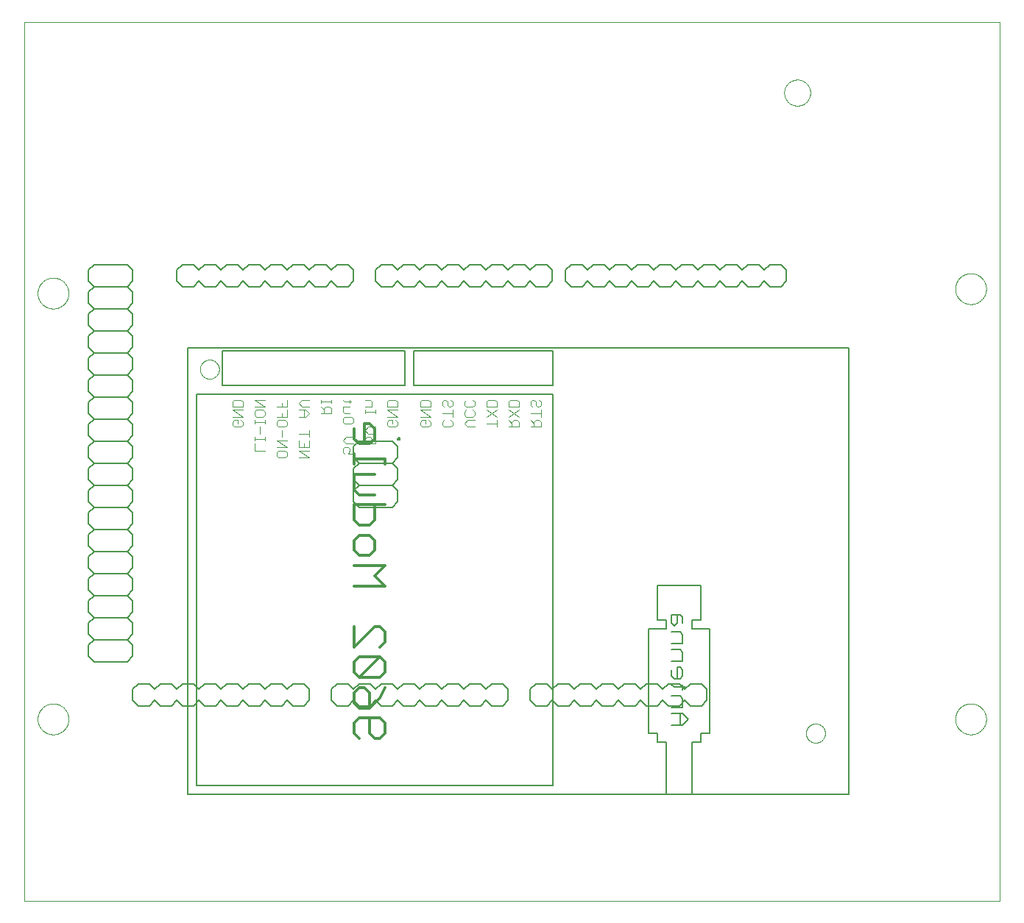
<source format=gbo>
G75*
%MOIN*%
%OFA0B0*%
%FSLAX25Y25*%
%IPPOS*%
%LPD*%
%AMOC8*
5,1,8,0,0,1.08239X$1,22.5*
%
%ADD10C,0.00000*%
%ADD11C,0.00800*%
%ADD12C,0.00600*%
%ADD13C,0.00500*%
%ADD14C,0.01200*%
%ADD15C,0.00700*%
%ADD16C,0.00400*%
D10*
X0006800Y0006896D02*
X0006800Y0405396D01*
X0448300Y0405396D01*
X0448300Y0006896D01*
X0006800Y0006896D01*
X0012800Y0089396D02*
X0012802Y0089568D01*
X0012808Y0089739D01*
X0012819Y0089911D01*
X0012834Y0090082D01*
X0012853Y0090253D01*
X0012876Y0090423D01*
X0012903Y0090593D01*
X0012935Y0090762D01*
X0012970Y0090930D01*
X0013010Y0091097D01*
X0013054Y0091263D01*
X0013101Y0091428D01*
X0013153Y0091592D01*
X0013209Y0091754D01*
X0013269Y0091915D01*
X0013333Y0092075D01*
X0013401Y0092233D01*
X0013472Y0092389D01*
X0013547Y0092543D01*
X0013627Y0092696D01*
X0013709Y0092846D01*
X0013796Y0092995D01*
X0013886Y0093141D01*
X0013980Y0093285D01*
X0014077Y0093427D01*
X0014178Y0093566D01*
X0014282Y0093703D01*
X0014389Y0093837D01*
X0014500Y0093968D01*
X0014613Y0094097D01*
X0014730Y0094223D01*
X0014850Y0094346D01*
X0014973Y0094466D01*
X0015099Y0094583D01*
X0015228Y0094696D01*
X0015359Y0094807D01*
X0015493Y0094914D01*
X0015630Y0095018D01*
X0015769Y0095119D01*
X0015911Y0095216D01*
X0016055Y0095310D01*
X0016201Y0095400D01*
X0016350Y0095487D01*
X0016500Y0095569D01*
X0016653Y0095649D01*
X0016807Y0095724D01*
X0016963Y0095795D01*
X0017121Y0095863D01*
X0017281Y0095927D01*
X0017442Y0095987D01*
X0017604Y0096043D01*
X0017768Y0096095D01*
X0017933Y0096142D01*
X0018099Y0096186D01*
X0018266Y0096226D01*
X0018434Y0096261D01*
X0018603Y0096293D01*
X0018773Y0096320D01*
X0018943Y0096343D01*
X0019114Y0096362D01*
X0019285Y0096377D01*
X0019457Y0096388D01*
X0019628Y0096394D01*
X0019800Y0096396D01*
X0019972Y0096394D01*
X0020143Y0096388D01*
X0020315Y0096377D01*
X0020486Y0096362D01*
X0020657Y0096343D01*
X0020827Y0096320D01*
X0020997Y0096293D01*
X0021166Y0096261D01*
X0021334Y0096226D01*
X0021501Y0096186D01*
X0021667Y0096142D01*
X0021832Y0096095D01*
X0021996Y0096043D01*
X0022158Y0095987D01*
X0022319Y0095927D01*
X0022479Y0095863D01*
X0022637Y0095795D01*
X0022793Y0095724D01*
X0022947Y0095649D01*
X0023100Y0095569D01*
X0023250Y0095487D01*
X0023399Y0095400D01*
X0023545Y0095310D01*
X0023689Y0095216D01*
X0023831Y0095119D01*
X0023970Y0095018D01*
X0024107Y0094914D01*
X0024241Y0094807D01*
X0024372Y0094696D01*
X0024501Y0094583D01*
X0024627Y0094466D01*
X0024750Y0094346D01*
X0024870Y0094223D01*
X0024987Y0094097D01*
X0025100Y0093968D01*
X0025211Y0093837D01*
X0025318Y0093703D01*
X0025422Y0093566D01*
X0025523Y0093427D01*
X0025620Y0093285D01*
X0025714Y0093141D01*
X0025804Y0092995D01*
X0025891Y0092846D01*
X0025973Y0092696D01*
X0026053Y0092543D01*
X0026128Y0092389D01*
X0026199Y0092233D01*
X0026267Y0092075D01*
X0026331Y0091915D01*
X0026391Y0091754D01*
X0026447Y0091592D01*
X0026499Y0091428D01*
X0026546Y0091263D01*
X0026590Y0091097D01*
X0026630Y0090930D01*
X0026665Y0090762D01*
X0026697Y0090593D01*
X0026724Y0090423D01*
X0026747Y0090253D01*
X0026766Y0090082D01*
X0026781Y0089911D01*
X0026792Y0089739D01*
X0026798Y0089568D01*
X0026800Y0089396D01*
X0026798Y0089224D01*
X0026792Y0089053D01*
X0026781Y0088881D01*
X0026766Y0088710D01*
X0026747Y0088539D01*
X0026724Y0088369D01*
X0026697Y0088199D01*
X0026665Y0088030D01*
X0026630Y0087862D01*
X0026590Y0087695D01*
X0026546Y0087529D01*
X0026499Y0087364D01*
X0026447Y0087200D01*
X0026391Y0087038D01*
X0026331Y0086877D01*
X0026267Y0086717D01*
X0026199Y0086559D01*
X0026128Y0086403D01*
X0026053Y0086249D01*
X0025973Y0086096D01*
X0025891Y0085946D01*
X0025804Y0085797D01*
X0025714Y0085651D01*
X0025620Y0085507D01*
X0025523Y0085365D01*
X0025422Y0085226D01*
X0025318Y0085089D01*
X0025211Y0084955D01*
X0025100Y0084824D01*
X0024987Y0084695D01*
X0024870Y0084569D01*
X0024750Y0084446D01*
X0024627Y0084326D01*
X0024501Y0084209D01*
X0024372Y0084096D01*
X0024241Y0083985D01*
X0024107Y0083878D01*
X0023970Y0083774D01*
X0023831Y0083673D01*
X0023689Y0083576D01*
X0023545Y0083482D01*
X0023399Y0083392D01*
X0023250Y0083305D01*
X0023100Y0083223D01*
X0022947Y0083143D01*
X0022793Y0083068D01*
X0022637Y0082997D01*
X0022479Y0082929D01*
X0022319Y0082865D01*
X0022158Y0082805D01*
X0021996Y0082749D01*
X0021832Y0082697D01*
X0021667Y0082650D01*
X0021501Y0082606D01*
X0021334Y0082566D01*
X0021166Y0082531D01*
X0020997Y0082499D01*
X0020827Y0082472D01*
X0020657Y0082449D01*
X0020486Y0082430D01*
X0020315Y0082415D01*
X0020143Y0082404D01*
X0019972Y0082398D01*
X0019800Y0082396D01*
X0019628Y0082398D01*
X0019457Y0082404D01*
X0019285Y0082415D01*
X0019114Y0082430D01*
X0018943Y0082449D01*
X0018773Y0082472D01*
X0018603Y0082499D01*
X0018434Y0082531D01*
X0018266Y0082566D01*
X0018099Y0082606D01*
X0017933Y0082650D01*
X0017768Y0082697D01*
X0017604Y0082749D01*
X0017442Y0082805D01*
X0017281Y0082865D01*
X0017121Y0082929D01*
X0016963Y0082997D01*
X0016807Y0083068D01*
X0016653Y0083143D01*
X0016500Y0083223D01*
X0016350Y0083305D01*
X0016201Y0083392D01*
X0016055Y0083482D01*
X0015911Y0083576D01*
X0015769Y0083673D01*
X0015630Y0083774D01*
X0015493Y0083878D01*
X0015359Y0083985D01*
X0015228Y0084096D01*
X0015099Y0084209D01*
X0014973Y0084326D01*
X0014850Y0084446D01*
X0014730Y0084569D01*
X0014613Y0084695D01*
X0014500Y0084824D01*
X0014389Y0084955D01*
X0014282Y0085089D01*
X0014178Y0085226D01*
X0014077Y0085365D01*
X0013980Y0085507D01*
X0013886Y0085651D01*
X0013796Y0085797D01*
X0013709Y0085946D01*
X0013627Y0086096D01*
X0013547Y0086249D01*
X0013472Y0086403D01*
X0013401Y0086559D01*
X0013333Y0086717D01*
X0013269Y0086877D01*
X0013209Y0087038D01*
X0013153Y0087200D01*
X0013101Y0087364D01*
X0013054Y0087529D01*
X0013010Y0087695D01*
X0012970Y0087862D01*
X0012935Y0088030D01*
X0012903Y0088199D01*
X0012876Y0088369D01*
X0012853Y0088539D01*
X0012834Y0088710D01*
X0012819Y0088881D01*
X0012808Y0089053D01*
X0012802Y0089224D01*
X0012800Y0089396D01*
X0086312Y0247916D02*
X0086314Y0248047D01*
X0086320Y0248179D01*
X0086330Y0248310D01*
X0086344Y0248441D01*
X0086362Y0248571D01*
X0086384Y0248700D01*
X0086409Y0248829D01*
X0086439Y0248957D01*
X0086473Y0249084D01*
X0086510Y0249211D01*
X0086551Y0249335D01*
X0086596Y0249459D01*
X0086645Y0249581D01*
X0086697Y0249702D01*
X0086753Y0249820D01*
X0086813Y0249938D01*
X0086876Y0250053D01*
X0086943Y0250166D01*
X0087013Y0250278D01*
X0087086Y0250387D01*
X0087162Y0250493D01*
X0087242Y0250598D01*
X0087325Y0250700D01*
X0087411Y0250799D01*
X0087500Y0250896D01*
X0087592Y0250990D01*
X0087687Y0251081D01*
X0087784Y0251170D01*
X0087884Y0251255D01*
X0087987Y0251337D01*
X0088092Y0251416D01*
X0088199Y0251492D01*
X0088309Y0251564D01*
X0088421Y0251633D01*
X0088535Y0251699D01*
X0088650Y0251761D01*
X0088768Y0251820D01*
X0088887Y0251875D01*
X0089008Y0251927D01*
X0089131Y0251974D01*
X0089255Y0252018D01*
X0089380Y0252059D01*
X0089506Y0252095D01*
X0089634Y0252128D01*
X0089762Y0252156D01*
X0089891Y0252181D01*
X0090021Y0252202D01*
X0090151Y0252219D01*
X0090282Y0252232D01*
X0090413Y0252241D01*
X0090544Y0252246D01*
X0090676Y0252247D01*
X0090807Y0252244D01*
X0090939Y0252237D01*
X0091070Y0252226D01*
X0091200Y0252211D01*
X0091330Y0252192D01*
X0091460Y0252169D01*
X0091588Y0252143D01*
X0091716Y0252112D01*
X0091843Y0252077D01*
X0091969Y0252039D01*
X0092093Y0251997D01*
X0092217Y0251951D01*
X0092338Y0251901D01*
X0092458Y0251848D01*
X0092577Y0251791D01*
X0092694Y0251731D01*
X0092808Y0251667D01*
X0092921Y0251599D01*
X0093032Y0251528D01*
X0093141Y0251454D01*
X0093247Y0251377D01*
X0093351Y0251296D01*
X0093452Y0251213D01*
X0093551Y0251126D01*
X0093647Y0251036D01*
X0093740Y0250943D01*
X0093831Y0250848D01*
X0093918Y0250750D01*
X0094003Y0250649D01*
X0094084Y0250546D01*
X0094162Y0250440D01*
X0094237Y0250332D01*
X0094309Y0250222D01*
X0094377Y0250110D01*
X0094442Y0249996D01*
X0094503Y0249879D01*
X0094561Y0249761D01*
X0094615Y0249641D01*
X0094666Y0249520D01*
X0094713Y0249397D01*
X0094756Y0249273D01*
X0094795Y0249148D01*
X0094831Y0249021D01*
X0094862Y0248893D01*
X0094890Y0248765D01*
X0094914Y0248636D01*
X0094934Y0248506D01*
X0094950Y0248375D01*
X0094962Y0248244D01*
X0094970Y0248113D01*
X0094974Y0247982D01*
X0094974Y0247850D01*
X0094970Y0247719D01*
X0094962Y0247588D01*
X0094950Y0247457D01*
X0094934Y0247326D01*
X0094914Y0247196D01*
X0094890Y0247067D01*
X0094862Y0246939D01*
X0094831Y0246811D01*
X0094795Y0246684D01*
X0094756Y0246559D01*
X0094713Y0246435D01*
X0094666Y0246312D01*
X0094615Y0246191D01*
X0094561Y0246071D01*
X0094503Y0245953D01*
X0094442Y0245836D01*
X0094377Y0245722D01*
X0094309Y0245610D01*
X0094237Y0245500D01*
X0094162Y0245392D01*
X0094084Y0245286D01*
X0094003Y0245183D01*
X0093918Y0245082D01*
X0093831Y0244984D01*
X0093740Y0244889D01*
X0093647Y0244796D01*
X0093551Y0244706D01*
X0093452Y0244619D01*
X0093351Y0244536D01*
X0093247Y0244455D01*
X0093141Y0244378D01*
X0093032Y0244304D01*
X0092921Y0244233D01*
X0092809Y0244165D01*
X0092694Y0244101D01*
X0092577Y0244041D01*
X0092458Y0243984D01*
X0092338Y0243931D01*
X0092217Y0243881D01*
X0092093Y0243835D01*
X0091969Y0243793D01*
X0091843Y0243755D01*
X0091716Y0243720D01*
X0091588Y0243689D01*
X0091460Y0243663D01*
X0091330Y0243640D01*
X0091200Y0243621D01*
X0091070Y0243606D01*
X0090939Y0243595D01*
X0090807Y0243588D01*
X0090676Y0243585D01*
X0090544Y0243586D01*
X0090413Y0243591D01*
X0090282Y0243600D01*
X0090151Y0243613D01*
X0090021Y0243630D01*
X0089891Y0243651D01*
X0089762Y0243676D01*
X0089634Y0243704D01*
X0089506Y0243737D01*
X0089380Y0243773D01*
X0089255Y0243814D01*
X0089131Y0243858D01*
X0089008Y0243905D01*
X0088887Y0243957D01*
X0088768Y0244012D01*
X0088650Y0244071D01*
X0088535Y0244133D01*
X0088421Y0244199D01*
X0088309Y0244268D01*
X0088199Y0244340D01*
X0088092Y0244416D01*
X0087987Y0244495D01*
X0087884Y0244577D01*
X0087784Y0244662D01*
X0087687Y0244751D01*
X0087592Y0244842D01*
X0087500Y0244936D01*
X0087411Y0245033D01*
X0087325Y0245132D01*
X0087242Y0245234D01*
X0087162Y0245339D01*
X0087086Y0245445D01*
X0087013Y0245554D01*
X0086943Y0245666D01*
X0086876Y0245779D01*
X0086813Y0245894D01*
X0086753Y0246012D01*
X0086697Y0246130D01*
X0086645Y0246251D01*
X0086596Y0246373D01*
X0086551Y0246497D01*
X0086510Y0246621D01*
X0086473Y0246748D01*
X0086439Y0246875D01*
X0086409Y0247003D01*
X0086384Y0247132D01*
X0086362Y0247261D01*
X0086344Y0247391D01*
X0086330Y0247522D01*
X0086320Y0247653D01*
X0086314Y0247785D01*
X0086312Y0247916D01*
X0012800Y0282396D02*
X0012802Y0282568D01*
X0012808Y0282739D01*
X0012819Y0282911D01*
X0012834Y0283082D01*
X0012853Y0283253D01*
X0012876Y0283423D01*
X0012903Y0283593D01*
X0012935Y0283762D01*
X0012970Y0283930D01*
X0013010Y0284097D01*
X0013054Y0284263D01*
X0013101Y0284428D01*
X0013153Y0284592D01*
X0013209Y0284754D01*
X0013269Y0284915D01*
X0013333Y0285075D01*
X0013401Y0285233D01*
X0013472Y0285389D01*
X0013547Y0285543D01*
X0013627Y0285696D01*
X0013709Y0285846D01*
X0013796Y0285995D01*
X0013886Y0286141D01*
X0013980Y0286285D01*
X0014077Y0286427D01*
X0014178Y0286566D01*
X0014282Y0286703D01*
X0014389Y0286837D01*
X0014500Y0286968D01*
X0014613Y0287097D01*
X0014730Y0287223D01*
X0014850Y0287346D01*
X0014973Y0287466D01*
X0015099Y0287583D01*
X0015228Y0287696D01*
X0015359Y0287807D01*
X0015493Y0287914D01*
X0015630Y0288018D01*
X0015769Y0288119D01*
X0015911Y0288216D01*
X0016055Y0288310D01*
X0016201Y0288400D01*
X0016350Y0288487D01*
X0016500Y0288569D01*
X0016653Y0288649D01*
X0016807Y0288724D01*
X0016963Y0288795D01*
X0017121Y0288863D01*
X0017281Y0288927D01*
X0017442Y0288987D01*
X0017604Y0289043D01*
X0017768Y0289095D01*
X0017933Y0289142D01*
X0018099Y0289186D01*
X0018266Y0289226D01*
X0018434Y0289261D01*
X0018603Y0289293D01*
X0018773Y0289320D01*
X0018943Y0289343D01*
X0019114Y0289362D01*
X0019285Y0289377D01*
X0019457Y0289388D01*
X0019628Y0289394D01*
X0019800Y0289396D01*
X0019972Y0289394D01*
X0020143Y0289388D01*
X0020315Y0289377D01*
X0020486Y0289362D01*
X0020657Y0289343D01*
X0020827Y0289320D01*
X0020997Y0289293D01*
X0021166Y0289261D01*
X0021334Y0289226D01*
X0021501Y0289186D01*
X0021667Y0289142D01*
X0021832Y0289095D01*
X0021996Y0289043D01*
X0022158Y0288987D01*
X0022319Y0288927D01*
X0022479Y0288863D01*
X0022637Y0288795D01*
X0022793Y0288724D01*
X0022947Y0288649D01*
X0023100Y0288569D01*
X0023250Y0288487D01*
X0023399Y0288400D01*
X0023545Y0288310D01*
X0023689Y0288216D01*
X0023831Y0288119D01*
X0023970Y0288018D01*
X0024107Y0287914D01*
X0024241Y0287807D01*
X0024372Y0287696D01*
X0024501Y0287583D01*
X0024627Y0287466D01*
X0024750Y0287346D01*
X0024870Y0287223D01*
X0024987Y0287097D01*
X0025100Y0286968D01*
X0025211Y0286837D01*
X0025318Y0286703D01*
X0025422Y0286566D01*
X0025523Y0286427D01*
X0025620Y0286285D01*
X0025714Y0286141D01*
X0025804Y0285995D01*
X0025891Y0285846D01*
X0025973Y0285696D01*
X0026053Y0285543D01*
X0026128Y0285389D01*
X0026199Y0285233D01*
X0026267Y0285075D01*
X0026331Y0284915D01*
X0026391Y0284754D01*
X0026447Y0284592D01*
X0026499Y0284428D01*
X0026546Y0284263D01*
X0026590Y0284097D01*
X0026630Y0283930D01*
X0026665Y0283762D01*
X0026697Y0283593D01*
X0026724Y0283423D01*
X0026747Y0283253D01*
X0026766Y0283082D01*
X0026781Y0282911D01*
X0026792Y0282739D01*
X0026798Y0282568D01*
X0026800Y0282396D01*
X0026798Y0282224D01*
X0026792Y0282053D01*
X0026781Y0281881D01*
X0026766Y0281710D01*
X0026747Y0281539D01*
X0026724Y0281369D01*
X0026697Y0281199D01*
X0026665Y0281030D01*
X0026630Y0280862D01*
X0026590Y0280695D01*
X0026546Y0280529D01*
X0026499Y0280364D01*
X0026447Y0280200D01*
X0026391Y0280038D01*
X0026331Y0279877D01*
X0026267Y0279717D01*
X0026199Y0279559D01*
X0026128Y0279403D01*
X0026053Y0279249D01*
X0025973Y0279096D01*
X0025891Y0278946D01*
X0025804Y0278797D01*
X0025714Y0278651D01*
X0025620Y0278507D01*
X0025523Y0278365D01*
X0025422Y0278226D01*
X0025318Y0278089D01*
X0025211Y0277955D01*
X0025100Y0277824D01*
X0024987Y0277695D01*
X0024870Y0277569D01*
X0024750Y0277446D01*
X0024627Y0277326D01*
X0024501Y0277209D01*
X0024372Y0277096D01*
X0024241Y0276985D01*
X0024107Y0276878D01*
X0023970Y0276774D01*
X0023831Y0276673D01*
X0023689Y0276576D01*
X0023545Y0276482D01*
X0023399Y0276392D01*
X0023250Y0276305D01*
X0023100Y0276223D01*
X0022947Y0276143D01*
X0022793Y0276068D01*
X0022637Y0275997D01*
X0022479Y0275929D01*
X0022319Y0275865D01*
X0022158Y0275805D01*
X0021996Y0275749D01*
X0021832Y0275697D01*
X0021667Y0275650D01*
X0021501Y0275606D01*
X0021334Y0275566D01*
X0021166Y0275531D01*
X0020997Y0275499D01*
X0020827Y0275472D01*
X0020657Y0275449D01*
X0020486Y0275430D01*
X0020315Y0275415D01*
X0020143Y0275404D01*
X0019972Y0275398D01*
X0019800Y0275396D01*
X0019628Y0275398D01*
X0019457Y0275404D01*
X0019285Y0275415D01*
X0019114Y0275430D01*
X0018943Y0275449D01*
X0018773Y0275472D01*
X0018603Y0275499D01*
X0018434Y0275531D01*
X0018266Y0275566D01*
X0018099Y0275606D01*
X0017933Y0275650D01*
X0017768Y0275697D01*
X0017604Y0275749D01*
X0017442Y0275805D01*
X0017281Y0275865D01*
X0017121Y0275929D01*
X0016963Y0275997D01*
X0016807Y0276068D01*
X0016653Y0276143D01*
X0016500Y0276223D01*
X0016350Y0276305D01*
X0016201Y0276392D01*
X0016055Y0276482D01*
X0015911Y0276576D01*
X0015769Y0276673D01*
X0015630Y0276774D01*
X0015493Y0276878D01*
X0015359Y0276985D01*
X0015228Y0277096D01*
X0015099Y0277209D01*
X0014973Y0277326D01*
X0014850Y0277446D01*
X0014730Y0277569D01*
X0014613Y0277695D01*
X0014500Y0277824D01*
X0014389Y0277955D01*
X0014282Y0278089D01*
X0014178Y0278226D01*
X0014077Y0278365D01*
X0013980Y0278507D01*
X0013886Y0278651D01*
X0013796Y0278797D01*
X0013709Y0278946D01*
X0013627Y0279096D01*
X0013547Y0279249D01*
X0013472Y0279403D01*
X0013401Y0279559D01*
X0013333Y0279717D01*
X0013269Y0279877D01*
X0013209Y0280038D01*
X0013153Y0280200D01*
X0013101Y0280364D01*
X0013054Y0280529D01*
X0013010Y0280695D01*
X0012970Y0280862D01*
X0012935Y0281030D01*
X0012903Y0281199D01*
X0012876Y0281369D01*
X0012853Y0281539D01*
X0012834Y0281710D01*
X0012819Y0281881D01*
X0012808Y0282053D01*
X0012802Y0282224D01*
X0012800Y0282396D01*
X0350863Y0373243D02*
X0350865Y0373396D01*
X0350871Y0373550D01*
X0350881Y0373703D01*
X0350895Y0373855D01*
X0350913Y0374008D01*
X0350935Y0374159D01*
X0350960Y0374310D01*
X0350990Y0374461D01*
X0351024Y0374611D01*
X0351061Y0374759D01*
X0351102Y0374907D01*
X0351147Y0375053D01*
X0351196Y0375199D01*
X0351249Y0375343D01*
X0351305Y0375485D01*
X0351365Y0375626D01*
X0351429Y0375766D01*
X0351496Y0375904D01*
X0351567Y0376040D01*
X0351642Y0376174D01*
X0351719Y0376306D01*
X0351801Y0376436D01*
X0351885Y0376564D01*
X0351973Y0376690D01*
X0352064Y0376813D01*
X0352158Y0376934D01*
X0352256Y0377052D01*
X0352356Y0377168D01*
X0352460Y0377281D01*
X0352566Y0377392D01*
X0352675Y0377500D01*
X0352787Y0377605D01*
X0352901Y0377706D01*
X0353019Y0377805D01*
X0353138Y0377901D01*
X0353260Y0377994D01*
X0353385Y0378083D01*
X0353512Y0378170D01*
X0353641Y0378252D01*
X0353772Y0378332D01*
X0353905Y0378408D01*
X0354040Y0378481D01*
X0354177Y0378550D01*
X0354316Y0378615D01*
X0354456Y0378677D01*
X0354598Y0378735D01*
X0354741Y0378790D01*
X0354886Y0378841D01*
X0355032Y0378888D01*
X0355179Y0378931D01*
X0355327Y0378970D01*
X0355476Y0379006D01*
X0355626Y0379037D01*
X0355777Y0379065D01*
X0355928Y0379089D01*
X0356081Y0379109D01*
X0356233Y0379125D01*
X0356386Y0379137D01*
X0356539Y0379145D01*
X0356692Y0379149D01*
X0356846Y0379149D01*
X0356999Y0379145D01*
X0357152Y0379137D01*
X0357305Y0379125D01*
X0357457Y0379109D01*
X0357610Y0379089D01*
X0357761Y0379065D01*
X0357912Y0379037D01*
X0358062Y0379006D01*
X0358211Y0378970D01*
X0358359Y0378931D01*
X0358506Y0378888D01*
X0358652Y0378841D01*
X0358797Y0378790D01*
X0358940Y0378735D01*
X0359082Y0378677D01*
X0359222Y0378615D01*
X0359361Y0378550D01*
X0359498Y0378481D01*
X0359633Y0378408D01*
X0359766Y0378332D01*
X0359897Y0378252D01*
X0360026Y0378170D01*
X0360153Y0378083D01*
X0360278Y0377994D01*
X0360400Y0377901D01*
X0360519Y0377805D01*
X0360637Y0377706D01*
X0360751Y0377605D01*
X0360863Y0377500D01*
X0360972Y0377392D01*
X0361078Y0377281D01*
X0361182Y0377168D01*
X0361282Y0377052D01*
X0361380Y0376934D01*
X0361474Y0376813D01*
X0361565Y0376690D01*
X0361653Y0376564D01*
X0361737Y0376436D01*
X0361819Y0376306D01*
X0361896Y0376174D01*
X0361971Y0376040D01*
X0362042Y0375904D01*
X0362109Y0375766D01*
X0362173Y0375626D01*
X0362233Y0375485D01*
X0362289Y0375343D01*
X0362342Y0375199D01*
X0362391Y0375053D01*
X0362436Y0374907D01*
X0362477Y0374759D01*
X0362514Y0374611D01*
X0362548Y0374461D01*
X0362578Y0374310D01*
X0362603Y0374159D01*
X0362625Y0374008D01*
X0362643Y0373855D01*
X0362657Y0373703D01*
X0362667Y0373550D01*
X0362673Y0373396D01*
X0362675Y0373243D01*
X0362673Y0373090D01*
X0362667Y0372936D01*
X0362657Y0372783D01*
X0362643Y0372631D01*
X0362625Y0372478D01*
X0362603Y0372327D01*
X0362578Y0372176D01*
X0362548Y0372025D01*
X0362514Y0371875D01*
X0362477Y0371727D01*
X0362436Y0371579D01*
X0362391Y0371433D01*
X0362342Y0371287D01*
X0362289Y0371143D01*
X0362233Y0371001D01*
X0362173Y0370860D01*
X0362109Y0370720D01*
X0362042Y0370582D01*
X0361971Y0370446D01*
X0361896Y0370312D01*
X0361819Y0370180D01*
X0361737Y0370050D01*
X0361653Y0369922D01*
X0361565Y0369796D01*
X0361474Y0369673D01*
X0361380Y0369552D01*
X0361282Y0369434D01*
X0361182Y0369318D01*
X0361078Y0369205D01*
X0360972Y0369094D01*
X0360863Y0368986D01*
X0360751Y0368881D01*
X0360637Y0368780D01*
X0360519Y0368681D01*
X0360400Y0368585D01*
X0360278Y0368492D01*
X0360153Y0368403D01*
X0360026Y0368316D01*
X0359897Y0368234D01*
X0359766Y0368154D01*
X0359633Y0368078D01*
X0359498Y0368005D01*
X0359361Y0367936D01*
X0359222Y0367871D01*
X0359082Y0367809D01*
X0358940Y0367751D01*
X0358797Y0367696D01*
X0358652Y0367645D01*
X0358506Y0367598D01*
X0358359Y0367555D01*
X0358211Y0367516D01*
X0358062Y0367480D01*
X0357912Y0367449D01*
X0357761Y0367421D01*
X0357610Y0367397D01*
X0357457Y0367377D01*
X0357305Y0367361D01*
X0357152Y0367349D01*
X0356999Y0367341D01*
X0356846Y0367337D01*
X0356692Y0367337D01*
X0356539Y0367341D01*
X0356386Y0367349D01*
X0356233Y0367361D01*
X0356081Y0367377D01*
X0355928Y0367397D01*
X0355777Y0367421D01*
X0355626Y0367449D01*
X0355476Y0367480D01*
X0355327Y0367516D01*
X0355179Y0367555D01*
X0355032Y0367598D01*
X0354886Y0367645D01*
X0354741Y0367696D01*
X0354598Y0367751D01*
X0354456Y0367809D01*
X0354316Y0367871D01*
X0354177Y0367936D01*
X0354040Y0368005D01*
X0353905Y0368078D01*
X0353772Y0368154D01*
X0353641Y0368234D01*
X0353512Y0368316D01*
X0353385Y0368403D01*
X0353260Y0368492D01*
X0353138Y0368585D01*
X0353019Y0368681D01*
X0352901Y0368780D01*
X0352787Y0368881D01*
X0352675Y0368986D01*
X0352566Y0369094D01*
X0352460Y0369205D01*
X0352356Y0369318D01*
X0352256Y0369434D01*
X0352158Y0369552D01*
X0352064Y0369673D01*
X0351973Y0369796D01*
X0351885Y0369922D01*
X0351801Y0370050D01*
X0351719Y0370180D01*
X0351642Y0370312D01*
X0351567Y0370446D01*
X0351496Y0370582D01*
X0351429Y0370720D01*
X0351365Y0370860D01*
X0351305Y0371001D01*
X0351249Y0371143D01*
X0351196Y0371287D01*
X0351147Y0371433D01*
X0351102Y0371579D01*
X0351061Y0371727D01*
X0351024Y0371875D01*
X0350990Y0372025D01*
X0350960Y0372176D01*
X0350935Y0372327D01*
X0350913Y0372478D01*
X0350895Y0372631D01*
X0350881Y0372783D01*
X0350871Y0372936D01*
X0350865Y0373090D01*
X0350863Y0373243D01*
X0428300Y0284396D02*
X0428302Y0284568D01*
X0428308Y0284739D01*
X0428319Y0284911D01*
X0428334Y0285082D01*
X0428353Y0285253D01*
X0428376Y0285423D01*
X0428403Y0285593D01*
X0428435Y0285762D01*
X0428470Y0285930D01*
X0428510Y0286097D01*
X0428554Y0286263D01*
X0428601Y0286428D01*
X0428653Y0286592D01*
X0428709Y0286754D01*
X0428769Y0286915D01*
X0428833Y0287075D01*
X0428901Y0287233D01*
X0428972Y0287389D01*
X0429047Y0287543D01*
X0429127Y0287696D01*
X0429209Y0287846D01*
X0429296Y0287995D01*
X0429386Y0288141D01*
X0429480Y0288285D01*
X0429577Y0288427D01*
X0429678Y0288566D01*
X0429782Y0288703D01*
X0429889Y0288837D01*
X0430000Y0288968D01*
X0430113Y0289097D01*
X0430230Y0289223D01*
X0430350Y0289346D01*
X0430473Y0289466D01*
X0430599Y0289583D01*
X0430728Y0289696D01*
X0430859Y0289807D01*
X0430993Y0289914D01*
X0431130Y0290018D01*
X0431269Y0290119D01*
X0431411Y0290216D01*
X0431555Y0290310D01*
X0431701Y0290400D01*
X0431850Y0290487D01*
X0432000Y0290569D01*
X0432153Y0290649D01*
X0432307Y0290724D01*
X0432463Y0290795D01*
X0432621Y0290863D01*
X0432781Y0290927D01*
X0432942Y0290987D01*
X0433104Y0291043D01*
X0433268Y0291095D01*
X0433433Y0291142D01*
X0433599Y0291186D01*
X0433766Y0291226D01*
X0433934Y0291261D01*
X0434103Y0291293D01*
X0434273Y0291320D01*
X0434443Y0291343D01*
X0434614Y0291362D01*
X0434785Y0291377D01*
X0434957Y0291388D01*
X0435128Y0291394D01*
X0435300Y0291396D01*
X0435472Y0291394D01*
X0435643Y0291388D01*
X0435815Y0291377D01*
X0435986Y0291362D01*
X0436157Y0291343D01*
X0436327Y0291320D01*
X0436497Y0291293D01*
X0436666Y0291261D01*
X0436834Y0291226D01*
X0437001Y0291186D01*
X0437167Y0291142D01*
X0437332Y0291095D01*
X0437496Y0291043D01*
X0437658Y0290987D01*
X0437819Y0290927D01*
X0437979Y0290863D01*
X0438137Y0290795D01*
X0438293Y0290724D01*
X0438447Y0290649D01*
X0438600Y0290569D01*
X0438750Y0290487D01*
X0438899Y0290400D01*
X0439045Y0290310D01*
X0439189Y0290216D01*
X0439331Y0290119D01*
X0439470Y0290018D01*
X0439607Y0289914D01*
X0439741Y0289807D01*
X0439872Y0289696D01*
X0440001Y0289583D01*
X0440127Y0289466D01*
X0440250Y0289346D01*
X0440370Y0289223D01*
X0440487Y0289097D01*
X0440600Y0288968D01*
X0440711Y0288837D01*
X0440818Y0288703D01*
X0440922Y0288566D01*
X0441023Y0288427D01*
X0441120Y0288285D01*
X0441214Y0288141D01*
X0441304Y0287995D01*
X0441391Y0287846D01*
X0441473Y0287696D01*
X0441553Y0287543D01*
X0441628Y0287389D01*
X0441699Y0287233D01*
X0441767Y0287075D01*
X0441831Y0286915D01*
X0441891Y0286754D01*
X0441947Y0286592D01*
X0441999Y0286428D01*
X0442046Y0286263D01*
X0442090Y0286097D01*
X0442130Y0285930D01*
X0442165Y0285762D01*
X0442197Y0285593D01*
X0442224Y0285423D01*
X0442247Y0285253D01*
X0442266Y0285082D01*
X0442281Y0284911D01*
X0442292Y0284739D01*
X0442298Y0284568D01*
X0442300Y0284396D01*
X0442298Y0284224D01*
X0442292Y0284053D01*
X0442281Y0283881D01*
X0442266Y0283710D01*
X0442247Y0283539D01*
X0442224Y0283369D01*
X0442197Y0283199D01*
X0442165Y0283030D01*
X0442130Y0282862D01*
X0442090Y0282695D01*
X0442046Y0282529D01*
X0441999Y0282364D01*
X0441947Y0282200D01*
X0441891Y0282038D01*
X0441831Y0281877D01*
X0441767Y0281717D01*
X0441699Y0281559D01*
X0441628Y0281403D01*
X0441553Y0281249D01*
X0441473Y0281096D01*
X0441391Y0280946D01*
X0441304Y0280797D01*
X0441214Y0280651D01*
X0441120Y0280507D01*
X0441023Y0280365D01*
X0440922Y0280226D01*
X0440818Y0280089D01*
X0440711Y0279955D01*
X0440600Y0279824D01*
X0440487Y0279695D01*
X0440370Y0279569D01*
X0440250Y0279446D01*
X0440127Y0279326D01*
X0440001Y0279209D01*
X0439872Y0279096D01*
X0439741Y0278985D01*
X0439607Y0278878D01*
X0439470Y0278774D01*
X0439331Y0278673D01*
X0439189Y0278576D01*
X0439045Y0278482D01*
X0438899Y0278392D01*
X0438750Y0278305D01*
X0438600Y0278223D01*
X0438447Y0278143D01*
X0438293Y0278068D01*
X0438137Y0277997D01*
X0437979Y0277929D01*
X0437819Y0277865D01*
X0437658Y0277805D01*
X0437496Y0277749D01*
X0437332Y0277697D01*
X0437167Y0277650D01*
X0437001Y0277606D01*
X0436834Y0277566D01*
X0436666Y0277531D01*
X0436497Y0277499D01*
X0436327Y0277472D01*
X0436157Y0277449D01*
X0435986Y0277430D01*
X0435815Y0277415D01*
X0435643Y0277404D01*
X0435472Y0277398D01*
X0435300Y0277396D01*
X0435128Y0277398D01*
X0434957Y0277404D01*
X0434785Y0277415D01*
X0434614Y0277430D01*
X0434443Y0277449D01*
X0434273Y0277472D01*
X0434103Y0277499D01*
X0433934Y0277531D01*
X0433766Y0277566D01*
X0433599Y0277606D01*
X0433433Y0277650D01*
X0433268Y0277697D01*
X0433104Y0277749D01*
X0432942Y0277805D01*
X0432781Y0277865D01*
X0432621Y0277929D01*
X0432463Y0277997D01*
X0432307Y0278068D01*
X0432153Y0278143D01*
X0432000Y0278223D01*
X0431850Y0278305D01*
X0431701Y0278392D01*
X0431555Y0278482D01*
X0431411Y0278576D01*
X0431269Y0278673D01*
X0431130Y0278774D01*
X0430993Y0278878D01*
X0430859Y0278985D01*
X0430728Y0279096D01*
X0430599Y0279209D01*
X0430473Y0279326D01*
X0430350Y0279446D01*
X0430230Y0279569D01*
X0430113Y0279695D01*
X0430000Y0279824D01*
X0429889Y0279955D01*
X0429782Y0280089D01*
X0429678Y0280226D01*
X0429577Y0280365D01*
X0429480Y0280507D01*
X0429386Y0280651D01*
X0429296Y0280797D01*
X0429209Y0280946D01*
X0429127Y0281096D01*
X0429047Y0281249D01*
X0428972Y0281403D01*
X0428901Y0281559D01*
X0428833Y0281717D01*
X0428769Y0281877D01*
X0428709Y0282038D01*
X0428653Y0282200D01*
X0428601Y0282364D01*
X0428554Y0282529D01*
X0428510Y0282695D01*
X0428470Y0282862D01*
X0428435Y0283030D01*
X0428403Y0283199D01*
X0428376Y0283369D01*
X0428353Y0283539D01*
X0428334Y0283710D01*
X0428319Y0283881D01*
X0428308Y0284053D01*
X0428302Y0284224D01*
X0428300Y0284396D01*
X0428300Y0089396D02*
X0428302Y0089568D01*
X0428308Y0089739D01*
X0428319Y0089911D01*
X0428334Y0090082D01*
X0428353Y0090253D01*
X0428376Y0090423D01*
X0428403Y0090593D01*
X0428435Y0090762D01*
X0428470Y0090930D01*
X0428510Y0091097D01*
X0428554Y0091263D01*
X0428601Y0091428D01*
X0428653Y0091592D01*
X0428709Y0091754D01*
X0428769Y0091915D01*
X0428833Y0092075D01*
X0428901Y0092233D01*
X0428972Y0092389D01*
X0429047Y0092543D01*
X0429127Y0092696D01*
X0429209Y0092846D01*
X0429296Y0092995D01*
X0429386Y0093141D01*
X0429480Y0093285D01*
X0429577Y0093427D01*
X0429678Y0093566D01*
X0429782Y0093703D01*
X0429889Y0093837D01*
X0430000Y0093968D01*
X0430113Y0094097D01*
X0430230Y0094223D01*
X0430350Y0094346D01*
X0430473Y0094466D01*
X0430599Y0094583D01*
X0430728Y0094696D01*
X0430859Y0094807D01*
X0430993Y0094914D01*
X0431130Y0095018D01*
X0431269Y0095119D01*
X0431411Y0095216D01*
X0431555Y0095310D01*
X0431701Y0095400D01*
X0431850Y0095487D01*
X0432000Y0095569D01*
X0432153Y0095649D01*
X0432307Y0095724D01*
X0432463Y0095795D01*
X0432621Y0095863D01*
X0432781Y0095927D01*
X0432942Y0095987D01*
X0433104Y0096043D01*
X0433268Y0096095D01*
X0433433Y0096142D01*
X0433599Y0096186D01*
X0433766Y0096226D01*
X0433934Y0096261D01*
X0434103Y0096293D01*
X0434273Y0096320D01*
X0434443Y0096343D01*
X0434614Y0096362D01*
X0434785Y0096377D01*
X0434957Y0096388D01*
X0435128Y0096394D01*
X0435300Y0096396D01*
X0435472Y0096394D01*
X0435643Y0096388D01*
X0435815Y0096377D01*
X0435986Y0096362D01*
X0436157Y0096343D01*
X0436327Y0096320D01*
X0436497Y0096293D01*
X0436666Y0096261D01*
X0436834Y0096226D01*
X0437001Y0096186D01*
X0437167Y0096142D01*
X0437332Y0096095D01*
X0437496Y0096043D01*
X0437658Y0095987D01*
X0437819Y0095927D01*
X0437979Y0095863D01*
X0438137Y0095795D01*
X0438293Y0095724D01*
X0438447Y0095649D01*
X0438600Y0095569D01*
X0438750Y0095487D01*
X0438899Y0095400D01*
X0439045Y0095310D01*
X0439189Y0095216D01*
X0439331Y0095119D01*
X0439470Y0095018D01*
X0439607Y0094914D01*
X0439741Y0094807D01*
X0439872Y0094696D01*
X0440001Y0094583D01*
X0440127Y0094466D01*
X0440250Y0094346D01*
X0440370Y0094223D01*
X0440487Y0094097D01*
X0440600Y0093968D01*
X0440711Y0093837D01*
X0440818Y0093703D01*
X0440922Y0093566D01*
X0441023Y0093427D01*
X0441120Y0093285D01*
X0441214Y0093141D01*
X0441304Y0092995D01*
X0441391Y0092846D01*
X0441473Y0092696D01*
X0441553Y0092543D01*
X0441628Y0092389D01*
X0441699Y0092233D01*
X0441767Y0092075D01*
X0441831Y0091915D01*
X0441891Y0091754D01*
X0441947Y0091592D01*
X0441999Y0091428D01*
X0442046Y0091263D01*
X0442090Y0091097D01*
X0442130Y0090930D01*
X0442165Y0090762D01*
X0442197Y0090593D01*
X0442224Y0090423D01*
X0442247Y0090253D01*
X0442266Y0090082D01*
X0442281Y0089911D01*
X0442292Y0089739D01*
X0442298Y0089568D01*
X0442300Y0089396D01*
X0442298Y0089224D01*
X0442292Y0089053D01*
X0442281Y0088881D01*
X0442266Y0088710D01*
X0442247Y0088539D01*
X0442224Y0088369D01*
X0442197Y0088199D01*
X0442165Y0088030D01*
X0442130Y0087862D01*
X0442090Y0087695D01*
X0442046Y0087529D01*
X0441999Y0087364D01*
X0441947Y0087200D01*
X0441891Y0087038D01*
X0441831Y0086877D01*
X0441767Y0086717D01*
X0441699Y0086559D01*
X0441628Y0086403D01*
X0441553Y0086249D01*
X0441473Y0086096D01*
X0441391Y0085946D01*
X0441304Y0085797D01*
X0441214Y0085651D01*
X0441120Y0085507D01*
X0441023Y0085365D01*
X0440922Y0085226D01*
X0440818Y0085089D01*
X0440711Y0084955D01*
X0440600Y0084824D01*
X0440487Y0084695D01*
X0440370Y0084569D01*
X0440250Y0084446D01*
X0440127Y0084326D01*
X0440001Y0084209D01*
X0439872Y0084096D01*
X0439741Y0083985D01*
X0439607Y0083878D01*
X0439470Y0083774D01*
X0439331Y0083673D01*
X0439189Y0083576D01*
X0439045Y0083482D01*
X0438899Y0083392D01*
X0438750Y0083305D01*
X0438600Y0083223D01*
X0438447Y0083143D01*
X0438293Y0083068D01*
X0438137Y0082997D01*
X0437979Y0082929D01*
X0437819Y0082865D01*
X0437658Y0082805D01*
X0437496Y0082749D01*
X0437332Y0082697D01*
X0437167Y0082650D01*
X0437001Y0082606D01*
X0436834Y0082566D01*
X0436666Y0082531D01*
X0436497Y0082499D01*
X0436327Y0082472D01*
X0436157Y0082449D01*
X0435986Y0082430D01*
X0435815Y0082415D01*
X0435643Y0082404D01*
X0435472Y0082398D01*
X0435300Y0082396D01*
X0435128Y0082398D01*
X0434957Y0082404D01*
X0434785Y0082415D01*
X0434614Y0082430D01*
X0434443Y0082449D01*
X0434273Y0082472D01*
X0434103Y0082499D01*
X0433934Y0082531D01*
X0433766Y0082566D01*
X0433599Y0082606D01*
X0433433Y0082650D01*
X0433268Y0082697D01*
X0433104Y0082749D01*
X0432942Y0082805D01*
X0432781Y0082865D01*
X0432621Y0082929D01*
X0432463Y0082997D01*
X0432307Y0083068D01*
X0432153Y0083143D01*
X0432000Y0083223D01*
X0431850Y0083305D01*
X0431701Y0083392D01*
X0431555Y0083482D01*
X0431411Y0083576D01*
X0431269Y0083673D01*
X0431130Y0083774D01*
X0430993Y0083878D01*
X0430859Y0083985D01*
X0430728Y0084096D01*
X0430599Y0084209D01*
X0430473Y0084326D01*
X0430350Y0084446D01*
X0430230Y0084569D01*
X0430113Y0084695D01*
X0430000Y0084824D01*
X0429889Y0084955D01*
X0429782Y0085089D01*
X0429678Y0085226D01*
X0429577Y0085365D01*
X0429480Y0085507D01*
X0429386Y0085651D01*
X0429296Y0085797D01*
X0429209Y0085946D01*
X0429127Y0086096D01*
X0429047Y0086249D01*
X0428972Y0086403D01*
X0428901Y0086559D01*
X0428833Y0086717D01*
X0428769Y0086877D01*
X0428709Y0087038D01*
X0428653Y0087200D01*
X0428601Y0087364D01*
X0428554Y0087529D01*
X0428510Y0087695D01*
X0428470Y0087862D01*
X0428435Y0088030D01*
X0428403Y0088199D01*
X0428376Y0088369D01*
X0428353Y0088539D01*
X0428334Y0088710D01*
X0428319Y0088881D01*
X0428308Y0089053D01*
X0428302Y0089224D01*
X0428300Y0089396D01*
X0360721Y0082955D02*
X0360723Y0083086D01*
X0360729Y0083218D01*
X0360739Y0083349D01*
X0360753Y0083480D01*
X0360771Y0083610D01*
X0360793Y0083739D01*
X0360818Y0083868D01*
X0360848Y0083996D01*
X0360882Y0084123D01*
X0360919Y0084250D01*
X0360960Y0084374D01*
X0361005Y0084498D01*
X0361054Y0084620D01*
X0361106Y0084741D01*
X0361162Y0084859D01*
X0361222Y0084977D01*
X0361285Y0085092D01*
X0361352Y0085205D01*
X0361422Y0085317D01*
X0361495Y0085426D01*
X0361571Y0085532D01*
X0361651Y0085637D01*
X0361734Y0085739D01*
X0361820Y0085838D01*
X0361909Y0085935D01*
X0362001Y0086029D01*
X0362096Y0086120D01*
X0362193Y0086209D01*
X0362293Y0086294D01*
X0362396Y0086376D01*
X0362501Y0086455D01*
X0362608Y0086531D01*
X0362718Y0086603D01*
X0362830Y0086672D01*
X0362944Y0086738D01*
X0363059Y0086800D01*
X0363177Y0086859D01*
X0363296Y0086914D01*
X0363417Y0086966D01*
X0363540Y0087013D01*
X0363664Y0087057D01*
X0363789Y0087098D01*
X0363915Y0087134D01*
X0364043Y0087167D01*
X0364171Y0087195D01*
X0364300Y0087220D01*
X0364430Y0087241D01*
X0364560Y0087258D01*
X0364691Y0087271D01*
X0364822Y0087280D01*
X0364953Y0087285D01*
X0365085Y0087286D01*
X0365216Y0087283D01*
X0365348Y0087276D01*
X0365479Y0087265D01*
X0365609Y0087250D01*
X0365739Y0087231D01*
X0365869Y0087208D01*
X0365997Y0087182D01*
X0366125Y0087151D01*
X0366252Y0087116D01*
X0366378Y0087078D01*
X0366502Y0087036D01*
X0366626Y0086990D01*
X0366747Y0086940D01*
X0366867Y0086887D01*
X0366986Y0086830D01*
X0367103Y0086770D01*
X0367217Y0086706D01*
X0367330Y0086638D01*
X0367441Y0086567D01*
X0367550Y0086493D01*
X0367656Y0086416D01*
X0367760Y0086335D01*
X0367861Y0086252D01*
X0367960Y0086165D01*
X0368056Y0086075D01*
X0368149Y0085982D01*
X0368240Y0085887D01*
X0368327Y0085789D01*
X0368412Y0085688D01*
X0368493Y0085585D01*
X0368571Y0085479D01*
X0368646Y0085371D01*
X0368718Y0085261D01*
X0368786Y0085149D01*
X0368851Y0085035D01*
X0368912Y0084918D01*
X0368970Y0084800D01*
X0369024Y0084680D01*
X0369075Y0084559D01*
X0369122Y0084436D01*
X0369165Y0084312D01*
X0369204Y0084187D01*
X0369240Y0084060D01*
X0369271Y0083932D01*
X0369299Y0083804D01*
X0369323Y0083675D01*
X0369343Y0083545D01*
X0369359Y0083414D01*
X0369371Y0083283D01*
X0369379Y0083152D01*
X0369383Y0083021D01*
X0369383Y0082889D01*
X0369379Y0082758D01*
X0369371Y0082627D01*
X0369359Y0082496D01*
X0369343Y0082365D01*
X0369323Y0082235D01*
X0369299Y0082106D01*
X0369271Y0081978D01*
X0369240Y0081850D01*
X0369204Y0081723D01*
X0369165Y0081598D01*
X0369122Y0081474D01*
X0369075Y0081351D01*
X0369024Y0081230D01*
X0368970Y0081110D01*
X0368912Y0080992D01*
X0368851Y0080875D01*
X0368786Y0080761D01*
X0368718Y0080649D01*
X0368646Y0080539D01*
X0368571Y0080431D01*
X0368493Y0080325D01*
X0368412Y0080222D01*
X0368327Y0080121D01*
X0368240Y0080023D01*
X0368149Y0079928D01*
X0368056Y0079835D01*
X0367960Y0079745D01*
X0367861Y0079658D01*
X0367760Y0079575D01*
X0367656Y0079494D01*
X0367550Y0079417D01*
X0367441Y0079343D01*
X0367330Y0079272D01*
X0367218Y0079204D01*
X0367103Y0079140D01*
X0366986Y0079080D01*
X0366867Y0079023D01*
X0366747Y0078970D01*
X0366626Y0078920D01*
X0366502Y0078874D01*
X0366378Y0078832D01*
X0366252Y0078794D01*
X0366125Y0078759D01*
X0365997Y0078728D01*
X0365869Y0078702D01*
X0365739Y0078679D01*
X0365609Y0078660D01*
X0365479Y0078645D01*
X0365348Y0078634D01*
X0365216Y0078627D01*
X0365085Y0078624D01*
X0364953Y0078625D01*
X0364822Y0078630D01*
X0364691Y0078639D01*
X0364560Y0078652D01*
X0364430Y0078669D01*
X0364300Y0078690D01*
X0364171Y0078715D01*
X0364043Y0078743D01*
X0363915Y0078776D01*
X0363789Y0078812D01*
X0363664Y0078853D01*
X0363540Y0078897D01*
X0363417Y0078944D01*
X0363296Y0078996D01*
X0363177Y0079051D01*
X0363059Y0079110D01*
X0362944Y0079172D01*
X0362830Y0079238D01*
X0362718Y0079307D01*
X0362608Y0079379D01*
X0362501Y0079455D01*
X0362396Y0079534D01*
X0362293Y0079616D01*
X0362193Y0079701D01*
X0362096Y0079790D01*
X0362001Y0079881D01*
X0361909Y0079975D01*
X0361820Y0080072D01*
X0361734Y0080171D01*
X0361651Y0080273D01*
X0361571Y0080378D01*
X0361495Y0080484D01*
X0361422Y0080593D01*
X0361352Y0080705D01*
X0361285Y0080818D01*
X0361222Y0080933D01*
X0361162Y0081051D01*
X0361106Y0081169D01*
X0361054Y0081290D01*
X0361005Y0081412D01*
X0360960Y0081536D01*
X0360919Y0081660D01*
X0360882Y0081787D01*
X0360848Y0081914D01*
X0360818Y0082042D01*
X0360793Y0082171D01*
X0360771Y0082300D01*
X0360753Y0082430D01*
X0360739Y0082561D01*
X0360729Y0082692D01*
X0360723Y0082824D01*
X0360721Y0082955D01*
D11*
X0315800Y0097896D02*
X0313300Y0095396D01*
X0308300Y0095396D01*
X0305800Y0097896D01*
X0303300Y0095396D01*
X0298300Y0095396D01*
X0295800Y0097896D01*
X0293300Y0095396D01*
X0288300Y0095396D01*
X0285800Y0097896D01*
X0283300Y0095396D01*
X0278300Y0095396D01*
X0275800Y0097896D01*
X0273300Y0095396D01*
X0268300Y0095396D01*
X0265800Y0097896D01*
X0263300Y0095396D01*
X0258300Y0095396D01*
X0255800Y0097896D01*
X0253300Y0095396D01*
X0248300Y0095396D01*
X0245800Y0097896D01*
X0243300Y0095396D01*
X0238300Y0095396D01*
X0235800Y0097896D01*
X0235800Y0102896D01*
X0238300Y0105396D01*
X0243300Y0105396D01*
X0245800Y0102896D01*
X0248300Y0105396D01*
X0253300Y0105396D01*
X0255800Y0102896D01*
X0258300Y0105396D01*
X0263300Y0105396D01*
X0265800Y0102896D01*
X0268300Y0105396D01*
X0273300Y0105396D01*
X0275800Y0102896D01*
X0278300Y0105396D01*
X0283300Y0105396D01*
X0285800Y0102896D01*
X0288300Y0105396D01*
X0293300Y0105396D01*
X0295800Y0102896D01*
X0298300Y0105396D01*
X0303300Y0105396D01*
X0305800Y0102896D01*
X0308300Y0105396D01*
X0313300Y0105396D01*
X0315800Y0102896D01*
X0315800Y0097896D01*
X0225800Y0097896D02*
X0223300Y0095396D01*
X0218300Y0095396D01*
X0215800Y0097896D01*
X0213300Y0095396D01*
X0208300Y0095396D01*
X0205800Y0097896D01*
X0203300Y0095396D01*
X0198300Y0095396D01*
X0195800Y0097896D01*
X0193300Y0095396D01*
X0188300Y0095396D01*
X0185800Y0097896D01*
X0183300Y0095396D01*
X0178300Y0095396D01*
X0175800Y0097896D01*
X0173300Y0095396D01*
X0168300Y0095396D01*
X0165800Y0097896D01*
X0163300Y0095396D01*
X0158300Y0095396D01*
X0155800Y0097896D01*
X0153300Y0095396D01*
X0148300Y0095396D01*
X0145800Y0097896D01*
X0145800Y0102896D01*
X0148300Y0105396D01*
X0153300Y0105396D01*
X0155800Y0102896D01*
X0158300Y0105396D01*
X0163300Y0105396D01*
X0165800Y0102896D01*
X0168300Y0105396D01*
X0173300Y0105396D01*
X0175800Y0102896D01*
X0178300Y0105396D01*
X0183300Y0105396D01*
X0185800Y0102896D01*
X0188300Y0105396D01*
X0193300Y0105396D01*
X0195800Y0102896D01*
X0198300Y0105396D01*
X0203300Y0105396D01*
X0205800Y0102896D01*
X0208300Y0105396D01*
X0213300Y0105396D01*
X0215800Y0102896D01*
X0218300Y0105396D01*
X0223300Y0105396D01*
X0225800Y0102896D01*
X0225800Y0097896D01*
X0135800Y0097896D02*
X0133300Y0095396D01*
X0128300Y0095396D01*
X0125800Y0097896D01*
X0123300Y0095396D01*
X0118300Y0095396D01*
X0115800Y0097896D01*
X0113300Y0095396D01*
X0108300Y0095396D01*
X0105800Y0097896D01*
X0103300Y0095396D01*
X0098300Y0095396D01*
X0095800Y0097896D01*
X0093300Y0095396D01*
X0088300Y0095396D01*
X0085800Y0097896D01*
X0083300Y0095396D01*
X0078300Y0095396D01*
X0075800Y0097896D01*
X0073300Y0095396D01*
X0068300Y0095396D01*
X0065800Y0097896D01*
X0063300Y0095396D01*
X0058300Y0095396D01*
X0055800Y0097896D01*
X0055800Y0102896D01*
X0058300Y0105396D01*
X0063300Y0105396D01*
X0065800Y0102896D01*
X0068300Y0105396D01*
X0073300Y0105396D01*
X0075800Y0102896D01*
X0078300Y0105396D01*
X0083300Y0105396D01*
X0085800Y0102896D01*
X0088300Y0105396D01*
X0093300Y0105396D01*
X0095800Y0102896D01*
X0098300Y0105396D01*
X0103300Y0105396D01*
X0105800Y0102896D01*
X0108300Y0105396D01*
X0113300Y0105396D01*
X0115800Y0102896D01*
X0118300Y0105396D01*
X0123300Y0105396D01*
X0125800Y0102896D01*
X0128300Y0105396D01*
X0133300Y0105396D01*
X0135800Y0102896D01*
X0135800Y0097896D01*
X0055800Y0122896D02*
X0053300Y0125396D01*
X0038300Y0125396D01*
X0035800Y0122896D01*
X0035800Y0117896D01*
X0038300Y0115396D01*
X0053300Y0115396D01*
X0053300Y0285396D02*
X0038300Y0285396D01*
X0035800Y0287896D01*
X0035800Y0292896D01*
X0038300Y0295396D01*
X0053300Y0295396D01*
X0055800Y0292896D01*
X0055800Y0287896D01*
X0053300Y0285396D01*
X0075800Y0287896D02*
X0078300Y0285396D01*
X0083300Y0285396D01*
X0085800Y0287896D01*
X0088300Y0285396D01*
X0093300Y0285396D01*
X0095800Y0287896D01*
X0098300Y0285396D01*
X0103300Y0285396D01*
X0105800Y0287896D01*
X0108300Y0285396D01*
X0113300Y0285396D01*
X0115800Y0287896D01*
X0118300Y0285396D01*
X0123300Y0285396D01*
X0125800Y0287896D01*
X0128300Y0285396D01*
X0133300Y0285396D01*
X0135800Y0287896D01*
X0138300Y0285396D01*
X0143300Y0285396D01*
X0145800Y0287896D01*
X0148300Y0285396D01*
X0153300Y0285396D01*
X0155800Y0287896D01*
X0155800Y0292896D01*
X0153300Y0295396D01*
X0148300Y0295396D01*
X0145800Y0292896D01*
X0143300Y0295396D01*
X0138300Y0295396D01*
X0135800Y0292896D01*
X0133300Y0295396D01*
X0128300Y0295396D01*
X0125800Y0292896D01*
X0123300Y0295396D01*
X0118300Y0295396D01*
X0115800Y0292896D01*
X0113300Y0295396D01*
X0108300Y0295396D01*
X0105800Y0292896D01*
X0103300Y0295396D01*
X0098300Y0295396D01*
X0095800Y0292896D01*
X0093300Y0295396D01*
X0088300Y0295396D01*
X0085800Y0292896D01*
X0083300Y0295396D01*
X0078300Y0295396D01*
X0075800Y0292896D01*
X0075800Y0287896D01*
X0165800Y0287896D02*
X0168300Y0285396D01*
X0173300Y0285396D01*
X0175800Y0287896D01*
X0178300Y0285396D01*
X0183300Y0285396D01*
X0185800Y0287896D01*
X0188300Y0285396D01*
X0193300Y0285396D01*
X0195800Y0287896D01*
X0198300Y0285396D01*
X0203300Y0285396D01*
X0205800Y0287896D01*
X0208300Y0285396D01*
X0213300Y0285396D01*
X0215800Y0287896D01*
X0218300Y0285396D01*
X0223300Y0285396D01*
X0225800Y0287896D01*
X0228300Y0285396D01*
X0233300Y0285396D01*
X0235800Y0287896D01*
X0238300Y0285396D01*
X0243300Y0285396D01*
X0245800Y0287896D01*
X0245800Y0292896D01*
X0243300Y0295396D01*
X0238300Y0295396D01*
X0235800Y0292896D01*
X0233300Y0295396D01*
X0228300Y0295396D01*
X0225800Y0292896D01*
X0223300Y0295396D01*
X0218300Y0295396D01*
X0215800Y0292896D01*
X0213300Y0295396D01*
X0208300Y0295396D01*
X0205800Y0292896D01*
X0203300Y0295396D01*
X0198300Y0295396D01*
X0195800Y0292896D01*
X0193300Y0295396D01*
X0188300Y0295396D01*
X0185800Y0292896D01*
X0183300Y0295396D01*
X0178300Y0295396D01*
X0175800Y0292896D01*
X0173300Y0295396D01*
X0168300Y0295396D01*
X0165800Y0292896D01*
X0165800Y0287896D01*
X0251800Y0287896D02*
X0254300Y0285396D01*
X0259300Y0285396D01*
X0261800Y0287896D01*
X0264300Y0285396D01*
X0269300Y0285396D01*
X0271800Y0287896D01*
X0274300Y0285396D01*
X0279300Y0285396D01*
X0281800Y0287896D01*
X0284300Y0285396D01*
X0289300Y0285396D01*
X0291800Y0287896D01*
X0294300Y0285396D01*
X0299300Y0285396D01*
X0301800Y0287896D01*
X0304300Y0285396D01*
X0309300Y0285396D01*
X0311800Y0287896D01*
X0314300Y0285396D01*
X0319300Y0285396D01*
X0321800Y0287896D01*
X0324300Y0285396D01*
X0329300Y0285396D01*
X0331800Y0287896D01*
X0334300Y0285396D01*
X0339300Y0285396D01*
X0341800Y0287896D01*
X0344300Y0285396D01*
X0349300Y0285396D01*
X0351800Y0287896D01*
X0351800Y0292896D01*
X0349300Y0295396D01*
X0344300Y0295396D01*
X0341800Y0292896D01*
X0339300Y0295396D01*
X0334300Y0295396D01*
X0331800Y0292896D01*
X0329300Y0295396D01*
X0324300Y0295396D01*
X0321800Y0292896D01*
X0319300Y0295396D01*
X0314300Y0295396D01*
X0311800Y0292896D01*
X0309300Y0295396D01*
X0304300Y0295396D01*
X0301800Y0292896D01*
X0299300Y0295396D01*
X0294300Y0295396D01*
X0291800Y0292896D01*
X0289300Y0295396D01*
X0284300Y0295396D01*
X0281800Y0292896D01*
X0279300Y0295396D01*
X0274300Y0295396D01*
X0271800Y0292896D01*
X0269300Y0295396D01*
X0264300Y0295396D01*
X0261800Y0292896D01*
X0259300Y0295396D01*
X0254300Y0295396D01*
X0251800Y0292896D01*
X0251800Y0287896D01*
D12*
X0175800Y0212896D02*
X0173300Y0215396D01*
X0158300Y0215396D01*
X0155800Y0212896D01*
X0155800Y0207896D01*
X0158300Y0205396D01*
X0173300Y0205396D01*
X0175800Y0207896D01*
X0175800Y0212896D01*
X0173300Y0205396D02*
X0175800Y0202896D01*
X0175800Y0197896D01*
X0173300Y0195396D01*
X0158300Y0195396D01*
X0155800Y0197896D01*
X0155800Y0202896D01*
X0158300Y0205396D01*
X0158300Y0195396D02*
X0155800Y0192896D01*
X0155800Y0187896D01*
X0158300Y0185396D01*
X0173300Y0185396D01*
X0175800Y0187896D01*
X0175800Y0192896D01*
X0173300Y0195396D01*
X0055800Y0192896D02*
X0055800Y0187896D01*
X0053300Y0185396D01*
X0038300Y0185396D01*
X0035800Y0187896D01*
X0035800Y0192896D01*
X0038300Y0195396D01*
X0053300Y0195396D01*
X0055800Y0197896D01*
X0055800Y0202896D01*
X0053300Y0205396D01*
X0038300Y0205396D01*
X0035800Y0202896D01*
X0035800Y0197896D01*
X0038300Y0195396D01*
X0038300Y0205396D02*
X0035800Y0207896D01*
X0035800Y0212896D01*
X0038300Y0215396D01*
X0053300Y0215396D01*
X0055800Y0217896D01*
X0055800Y0222896D01*
X0053300Y0225396D01*
X0038300Y0225396D01*
X0035800Y0227896D01*
X0035800Y0232896D01*
X0038300Y0235396D01*
X0053300Y0235396D01*
X0055800Y0237896D01*
X0055800Y0242896D01*
X0053300Y0245396D01*
X0038300Y0245396D01*
X0035800Y0247896D01*
X0035800Y0252896D01*
X0038300Y0255396D01*
X0053300Y0255396D01*
X0055800Y0257896D01*
X0055800Y0262896D01*
X0053300Y0265396D01*
X0038300Y0265396D01*
X0035800Y0267896D01*
X0035800Y0272896D01*
X0038300Y0275396D01*
X0053300Y0275396D01*
X0055800Y0277896D01*
X0055800Y0282896D01*
X0053300Y0285396D01*
X0053300Y0275396D02*
X0055800Y0272896D01*
X0055800Y0267896D01*
X0053300Y0265396D01*
X0053300Y0255396D02*
X0055800Y0252896D01*
X0055800Y0247896D01*
X0053300Y0245396D01*
X0053300Y0235396D02*
X0055800Y0232896D01*
X0055800Y0227896D01*
X0053300Y0225396D01*
X0053300Y0215396D02*
X0055800Y0212896D01*
X0055800Y0207896D01*
X0053300Y0205396D01*
X0053300Y0195396D02*
X0055800Y0192896D01*
X0053300Y0185396D02*
X0055800Y0182896D01*
X0055800Y0177896D01*
X0053300Y0175396D01*
X0038300Y0175396D01*
X0035800Y0177896D01*
X0035800Y0182896D01*
X0038300Y0185396D01*
X0038300Y0175396D02*
X0035800Y0172896D01*
X0035800Y0167896D01*
X0038300Y0165396D01*
X0053300Y0165396D01*
X0055800Y0167896D01*
X0055800Y0172896D01*
X0053300Y0175396D01*
X0053300Y0165396D02*
X0055800Y0162896D01*
X0055800Y0157896D01*
X0053300Y0155396D01*
X0038300Y0155396D01*
X0035800Y0157896D01*
X0035800Y0162896D01*
X0038300Y0165396D01*
X0038300Y0155396D02*
X0035800Y0152896D01*
X0035800Y0147896D01*
X0038300Y0145396D01*
X0053300Y0145396D01*
X0055800Y0147896D01*
X0055800Y0152896D01*
X0053300Y0155396D01*
X0053300Y0145396D02*
X0055800Y0142896D01*
X0055800Y0137896D01*
X0053300Y0135396D01*
X0038300Y0135396D01*
X0035800Y0137896D01*
X0035800Y0142896D01*
X0038300Y0145396D01*
X0038300Y0135396D02*
X0035800Y0132896D01*
X0035800Y0127896D01*
X0038300Y0125396D01*
X0053300Y0125396D02*
X0055800Y0127896D01*
X0055800Y0132896D01*
X0053300Y0135396D01*
X0055800Y0122896D02*
X0055800Y0117896D01*
X0053300Y0115396D01*
X0038300Y0215396D02*
X0035800Y0217896D01*
X0035800Y0222896D01*
X0038300Y0225396D01*
X0038300Y0235396D02*
X0035800Y0237896D01*
X0035800Y0242896D01*
X0038300Y0245396D01*
X0038300Y0255396D02*
X0035800Y0257896D01*
X0035800Y0262896D01*
X0038300Y0265396D01*
X0038300Y0275396D02*
X0035800Y0277896D01*
X0035800Y0282896D01*
X0038300Y0285396D01*
D13*
X0080800Y0257758D02*
X0380013Y0257758D01*
X0380013Y0055396D01*
X0309146Y0055396D01*
X0309146Y0079018D01*
X0313083Y0079018D01*
X0313083Y0082955D01*
X0317020Y0082955D01*
X0317020Y0130199D01*
X0309146Y0130199D01*
X0309146Y0134136D01*
X0313083Y0134136D01*
X0313083Y0149884D01*
X0293398Y0149884D01*
X0293398Y0134136D01*
X0297335Y0134136D01*
X0297335Y0130199D01*
X0289461Y0130199D01*
X0289461Y0082955D01*
X0293398Y0082955D01*
X0293398Y0079018D01*
X0297335Y0079018D01*
X0297335Y0055396D01*
X0080800Y0055396D01*
X0080800Y0257758D01*
X0096548Y0256183D02*
X0096548Y0240435D01*
X0179225Y0240435D01*
X0179225Y0256183D01*
X0096548Y0256183D01*
X0084737Y0236498D02*
X0246154Y0236498D01*
X0246154Y0059333D01*
X0084737Y0059333D01*
X0084737Y0236498D01*
X0175800Y0216396D02*
X0175802Y0216440D01*
X0175808Y0216484D01*
X0175818Y0216527D01*
X0175831Y0216569D01*
X0175848Y0216610D01*
X0175869Y0216649D01*
X0175893Y0216686D01*
X0175920Y0216721D01*
X0175950Y0216753D01*
X0175983Y0216783D01*
X0176019Y0216809D01*
X0176056Y0216833D01*
X0176096Y0216852D01*
X0176137Y0216869D01*
X0176180Y0216881D01*
X0176223Y0216890D01*
X0176267Y0216895D01*
X0176311Y0216896D01*
X0176355Y0216893D01*
X0176399Y0216886D01*
X0176442Y0216875D01*
X0176484Y0216861D01*
X0176524Y0216843D01*
X0176563Y0216821D01*
X0176599Y0216797D01*
X0176633Y0216769D01*
X0176665Y0216738D01*
X0176694Y0216704D01*
X0176720Y0216668D01*
X0176742Y0216630D01*
X0176761Y0216590D01*
X0176776Y0216548D01*
X0176788Y0216506D01*
X0176796Y0216462D01*
X0176800Y0216418D01*
X0176800Y0216374D01*
X0176796Y0216330D01*
X0176788Y0216286D01*
X0176776Y0216244D01*
X0176761Y0216202D01*
X0176742Y0216162D01*
X0176720Y0216124D01*
X0176694Y0216088D01*
X0176665Y0216054D01*
X0176633Y0216023D01*
X0176599Y0215995D01*
X0176563Y0215971D01*
X0176524Y0215949D01*
X0176484Y0215931D01*
X0176442Y0215917D01*
X0176399Y0215906D01*
X0176355Y0215899D01*
X0176311Y0215896D01*
X0176267Y0215897D01*
X0176223Y0215902D01*
X0176180Y0215911D01*
X0176137Y0215923D01*
X0176096Y0215940D01*
X0176056Y0215959D01*
X0176019Y0215983D01*
X0175983Y0216009D01*
X0175950Y0216039D01*
X0175920Y0216071D01*
X0175893Y0216106D01*
X0175869Y0216143D01*
X0175848Y0216182D01*
X0175831Y0216223D01*
X0175818Y0216265D01*
X0175808Y0216308D01*
X0175802Y0216352D01*
X0175800Y0216396D01*
X0183162Y0240435D02*
X0246154Y0240435D01*
X0246154Y0256183D01*
X0183162Y0256183D01*
X0183162Y0240435D01*
X0297335Y0055396D02*
X0309146Y0055396D01*
D14*
X0170015Y0082904D02*
X0167713Y0080602D01*
X0165411Y0080602D01*
X0163109Y0082904D01*
X0163109Y0089810D01*
X0158505Y0089810D02*
X0167713Y0089810D01*
X0170015Y0087508D01*
X0170015Y0082904D01*
X0163109Y0094414D02*
X0163109Y0101320D01*
X0160807Y0103622D01*
X0158505Y0103622D01*
X0156203Y0101320D01*
X0156203Y0096716D01*
X0158505Y0094414D01*
X0163109Y0094414D01*
X0167713Y0099018D01*
X0170015Y0103622D01*
X0167713Y0108226D02*
X0170015Y0110528D01*
X0170015Y0115132D01*
X0167713Y0117434D01*
X0158505Y0108226D01*
X0156203Y0110528D01*
X0156203Y0115132D01*
X0158505Y0117434D01*
X0167713Y0117434D01*
X0167713Y0122038D02*
X0170015Y0124340D01*
X0170015Y0128944D01*
X0167713Y0131246D01*
X0165411Y0131246D01*
X0156203Y0122038D01*
X0156203Y0131246D01*
X0156203Y0149661D02*
X0170015Y0149661D01*
X0165411Y0154265D01*
X0170015Y0158869D01*
X0156203Y0158869D01*
X0158505Y0163473D02*
X0156203Y0165775D01*
X0156203Y0170379D01*
X0158505Y0172681D01*
X0163109Y0172681D01*
X0165411Y0170379D01*
X0165411Y0165775D01*
X0163109Y0163473D01*
X0158505Y0163473D01*
X0158505Y0177285D02*
X0163109Y0177285D01*
X0165411Y0179587D01*
X0165411Y0186493D01*
X0165411Y0191097D02*
X0158505Y0191097D01*
X0156203Y0193399D01*
X0156203Y0200305D01*
X0165411Y0200305D01*
X0170015Y0204909D02*
X0170015Y0207211D01*
X0156203Y0207211D01*
X0156203Y0209512D02*
X0156203Y0204909D01*
X0158505Y0214116D02*
X0163109Y0214116D01*
X0165411Y0216418D01*
X0165411Y0221022D01*
X0163109Y0223324D01*
X0160807Y0223324D01*
X0160807Y0214116D01*
X0158505Y0214116D02*
X0156203Y0216418D01*
X0156203Y0221022D01*
X0156203Y0186493D02*
X0156203Y0179587D01*
X0158505Y0177285D01*
X0156203Y0186493D02*
X0170015Y0186493D01*
X0167713Y0108226D02*
X0158505Y0108226D01*
X0158505Y0089810D02*
X0156203Y0087508D01*
X0156203Y0082904D01*
X0158505Y0080602D01*
D15*
X0299654Y0086612D02*
X0304925Y0086612D01*
X0307561Y0089248D01*
X0304925Y0091883D01*
X0299654Y0091883D01*
X0299654Y0094531D02*
X0304925Y0094531D01*
X0304925Y0098484D01*
X0303607Y0099802D01*
X0299654Y0099802D01*
X0300972Y0103768D02*
X0299654Y0105085D01*
X0300972Y0103768D02*
X0306243Y0103768D01*
X0304925Y0102450D02*
X0304925Y0105085D01*
X0303607Y0107729D02*
X0304925Y0109047D01*
X0304925Y0111682D01*
X0303607Y0113000D01*
X0302290Y0113000D01*
X0302290Y0107729D01*
X0303607Y0107729D02*
X0300972Y0107729D01*
X0299654Y0109047D01*
X0299654Y0111682D01*
X0299654Y0115648D02*
X0304925Y0115648D01*
X0304925Y0119601D01*
X0303607Y0120919D01*
X0299654Y0120919D01*
X0299654Y0123566D02*
X0304925Y0123566D01*
X0304925Y0127520D01*
X0303607Y0128838D01*
X0299654Y0128838D01*
X0300972Y0131485D02*
X0299654Y0132803D01*
X0299654Y0136756D01*
X0303607Y0136756D01*
X0304925Y0135439D01*
X0304925Y0132803D01*
X0302290Y0132803D02*
X0300972Y0131485D01*
X0302290Y0132803D02*
X0302290Y0136756D01*
X0303607Y0091883D02*
X0303607Y0086612D01*
D16*
X0165604Y0214111D02*
X0163302Y0214111D01*
X0164069Y0215646D01*
X0164069Y0216413D01*
X0163302Y0217180D01*
X0161767Y0217180D01*
X0161000Y0216413D01*
X0161000Y0214878D01*
X0161767Y0214111D01*
X0165604Y0214111D02*
X0165604Y0217180D01*
X0165604Y0218715D02*
X0162535Y0218715D01*
X0161000Y0220250D01*
X0162535Y0221784D01*
X0165604Y0221784D01*
X0171000Y0222552D02*
X0171000Y0224086D01*
X0171767Y0224854D01*
X0173302Y0224854D01*
X0173302Y0223319D01*
X0174837Y0224854D02*
X0175604Y0224086D01*
X0175604Y0222552D01*
X0174837Y0221784D01*
X0171767Y0221784D01*
X0171000Y0222552D01*
X0171000Y0226388D02*
X0175604Y0226388D01*
X0171000Y0229457D01*
X0175604Y0229457D01*
X0175604Y0230992D02*
X0175604Y0233294D01*
X0174837Y0234061D01*
X0171767Y0234061D01*
X0171000Y0233294D01*
X0171000Y0230992D01*
X0175604Y0230992D01*
X0165604Y0229457D02*
X0165604Y0227923D01*
X0165604Y0228690D02*
X0161000Y0228690D01*
X0161000Y0227923D02*
X0161000Y0229457D01*
X0161000Y0230992D02*
X0164069Y0230992D01*
X0164069Y0233294D01*
X0163302Y0234061D01*
X0161000Y0234061D01*
X0154837Y0233294D02*
X0151767Y0233294D01*
X0151000Y0234061D01*
X0151000Y0230992D02*
X0154069Y0230992D01*
X0154069Y0232527D02*
X0154069Y0234061D01*
X0151000Y0230992D02*
X0151000Y0228690D01*
X0151767Y0227923D01*
X0154069Y0227923D01*
X0154837Y0226388D02*
X0151767Y0226388D01*
X0151000Y0225621D01*
X0151000Y0224086D01*
X0151767Y0223319D01*
X0154837Y0223319D01*
X0155604Y0224086D01*
X0155604Y0225621D01*
X0154837Y0226388D01*
X0155604Y0217180D02*
X0152535Y0217180D01*
X0151000Y0215646D01*
X0152535Y0214111D01*
X0155604Y0214111D01*
X0155604Y0212576D02*
X0155604Y0209507D01*
X0153302Y0209507D01*
X0154069Y0211042D01*
X0154069Y0211809D01*
X0153302Y0212576D01*
X0151767Y0212576D01*
X0151000Y0211809D01*
X0151000Y0210274D01*
X0151767Y0209507D01*
X0135604Y0207972D02*
X0131000Y0211042D01*
X0135604Y0211042D01*
X0135604Y0212576D02*
X0131000Y0212576D01*
X0131000Y0215646D01*
X0133302Y0214111D02*
X0133302Y0212576D01*
X0135604Y0212576D02*
X0135604Y0215646D01*
X0135604Y0217180D02*
X0135604Y0220250D01*
X0135604Y0218715D02*
X0131000Y0218715D01*
X0125604Y0215646D02*
X0121000Y0215646D01*
X0125604Y0212576D01*
X0121000Y0212576D01*
X0121767Y0211042D02*
X0124837Y0211042D01*
X0125604Y0210274D01*
X0125604Y0208740D01*
X0124837Y0207972D01*
X0121767Y0207972D01*
X0121000Y0208740D01*
X0121000Y0210274D01*
X0121767Y0211042D01*
X0115604Y0211042D02*
X0111000Y0211042D01*
X0111000Y0214111D01*
X0111000Y0215646D02*
X0111000Y0217180D01*
X0111000Y0216413D02*
X0115604Y0216413D01*
X0115604Y0215646D02*
X0115604Y0217180D01*
X0113302Y0218715D02*
X0113302Y0221784D01*
X0115604Y0223319D02*
X0115604Y0224854D01*
X0115604Y0224086D02*
X0111000Y0224086D01*
X0111000Y0223319D02*
X0111000Y0224854D01*
X0111767Y0226388D02*
X0111000Y0227155D01*
X0111000Y0228690D01*
X0111767Y0229457D01*
X0114837Y0229457D01*
X0115604Y0228690D01*
X0115604Y0227155D01*
X0114837Y0226388D01*
X0111767Y0226388D01*
X0111000Y0230992D02*
X0115604Y0230992D01*
X0111000Y0234061D01*
X0115604Y0234061D01*
X0121000Y0230992D02*
X0125604Y0230992D01*
X0125604Y0234061D01*
X0123302Y0232527D02*
X0123302Y0230992D01*
X0125604Y0229457D02*
X0125604Y0226388D01*
X0121000Y0226388D01*
X0121767Y0224854D02*
X0124837Y0224854D01*
X0125604Y0224086D01*
X0125604Y0222552D01*
X0124837Y0221784D01*
X0121767Y0221784D01*
X0121000Y0222552D01*
X0121000Y0224086D01*
X0121767Y0224854D01*
X0123302Y0226388D02*
X0123302Y0227923D01*
X0131000Y0229457D02*
X0134069Y0229457D01*
X0135604Y0227923D01*
X0134069Y0226388D01*
X0131000Y0226388D01*
X0133302Y0226388D02*
X0133302Y0229457D01*
X0132535Y0230992D02*
X0131000Y0232527D01*
X0132535Y0234061D01*
X0135604Y0234061D01*
X0135604Y0230992D02*
X0132535Y0230992D01*
X0141000Y0230992D02*
X0142535Y0229457D01*
X0142535Y0230225D02*
X0142535Y0227923D01*
X0141000Y0227923D02*
X0145604Y0227923D01*
X0145604Y0230225D01*
X0144837Y0230992D01*
X0143302Y0230992D01*
X0142535Y0230225D01*
X0141000Y0232527D02*
X0141000Y0234061D01*
X0141000Y0233294D02*
X0145604Y0233294D01*
X0145604Y0232527D02*
X0145604Y0234061D01*
X0123302Y0220250D02*
X0123302Y0217180D01*
X0131000Y0207972D02*
X0135604Y0207972D01*
X0105604Y0222552D02*
X0104837Y0221784D01*
X0101767Y0221784D01*
X0101000Y0222552D01*
X0101000Y0224086D01*
X0101767Y0224854D01*
X0103302Y0224854D01*
X0103302Y0223319D01*
X0104837Y0224854D02*
X0105604Y0224086D01*
X0105604Y0222552D01*
X0105604Y0226388D02*
X0101000Y0226388D01*
X0101000Y0229457D02*
X0105604Y0229457D01*
X0105604Y0230992D02*
X0105604Y0233294D01*
X0104837Y0234061D01*
X0101767Y0234061D01*
X0101000Y0233294D01*
X0101000Y0230992D01*
X0105604Y0230992D01*
X0105604Y0226388D02*
X0101000Y0229457D01*
X0186000Y0229457D02*
X0190604Y0229457D01*
X0190604Y0230992D02*
X0190604Y0233294D01*
X0189837Y0234061D01*
X0186767Y0234061D01*
X0186000Y0233294D01*
X0186000Y0230992D01*
X0190604Y0230992D01*
X0190604Y0226388D02*
X0186000Y0226388D01*
X0186767Y0224854D02*
X0186000Y0224086D01*
X0186000Y0222552D01*
X0186767Y0221784D01*
X0189837Y0221784D01*
X0190604Y0222552D01*
X0190604Y0224086D01*
X0189837Y0224854D01*
X0188302Y0224854D02*
X0188302Y0223319D01*
X0188302Y0224854D02*
X0186767Y0224854D01*
X0190604Y0226388D02*
X0186000Y0229457D01*
X0196000Y0227923D02*
X0200604Y0227923D01*
X0200604Y0229457D02*
X0200604Y0226388D01*
X0199837Y0224854D02*
X0200604Y0224086D01*
X0200604Y0222552D01*
X0199837Y0221784D01*
X0196767Y0221784D01*
X0196000Y0222552D01*
X0196000Y0224086D01*
X0196767Y0224854D01*
X0196767Y0230992D02*
X0196000Y0231759D01*
X0196000Y0233294D01*
X0196767Y0234061D01*
X0197535Y0234061D01*
X0198302Y0233294D01*
X0198302Y0231759D01*
X0199069Y0230992D01*
X0199837Y0230992D01*
X0200604Y0231759D01*
X0200604Y0233294D01*
X0199837Y0234061D01*
X0206000Y0233294D02*
X0206767Y0234061D01*
X0206000Y0233294D02*
X0206000Y0231759D01*
X0206767Y0230992D01*
X0209837Y0230992D01*
X0210604Y0231759D01*
X0210604Y0233294D01*
X0209837Y0234061D01*
X0209837Y0229457D02*
X0210604Y0228690D01*
X0210604Y0227155D01*
X0209837Y0226388D01*
X0206767Y0226388D01*
X0206000Y0227155D01*
X0206000Y0228690D01*
X0206767Y0229457D01*
X0207535Y0224854D02*
X0210604Y0224854D01*
X0207535Y0224854D02*
X0206000Y0223319D01*
X0207535Y0221784D01*
X0210604Y0221784D01*
X0216000Y0223319D02*
X0220604Y0223319D01*
X0220604Y0221784D02*
X0220604Y0224854D01*
X0220604Y0226388D02*
X0216000Y0229457D01*
X0216000Y0230992D02*
X0216000Y0233294D01*
X0216767Y0234061D01*
X0219837Y0234061D01*
X0220604Y0233294D01*
X0220604Y0230992D01*
X0216000Y0230992D01*
X0216000Y0226388D02*
X0220604Y0229457D01*
X0226000Y0229457D02*
X0230604Y0226388D01*
X0229837Y0224854D02*
X0228302Y0224854D01*
X0227535Y0224086D01*
X0227535Y0221784D01*
X0227535Y0223319D02*
X0226000Y0224854D01*
X0226000Y0226388D02*
X0230604Y0229457D01*
X0230604Y0230992D02*
X0230604Y0233294D01*
X0229837Y0234061D01*
X0226767Y0234061D01*
X0226000Y0233294D01*
X0226000Y0230992D01*
X0230604Y0230992D01*
X0236000Y0231759D02*
X0236767Y0230992D01*
X0236000Y0231759D02*
X0236000Y0233294D01*
X0236767Y0234061D01*
X0237535Y0234061D01*
X0238302Y0233294D01*
X0238302Y0231759D01*
X0239069Y0230992D01*
X0239837Y0230992D01*
X0240604Y0231759D01*
X0240604Y0233294D01*
X0239837Y0234061D01*
X0240604Y0229457D02*
X0240604Y0226388D01*
X0240604Y0227923D02*
X0236000Y0227923D01*
X0236000Y0224854D02*
X0237535Y0223319D01*
X0237535Y0224086D02*
X0237535Y0221784D01*
X0236000Y0221784D02*
X0240604Y0221784D01*
X0240604Y0224086D01*
X0239837Y0224854D01*
X0238302Y0224854D01*
X0237535Y0224086D01*
X0230604Y0224086D02*
X0230604Y0221784D01*
X0226000Y0221784D01*
X0229837Y0224854D02*
X0230604Y0224086D01*
M02*

</source>
